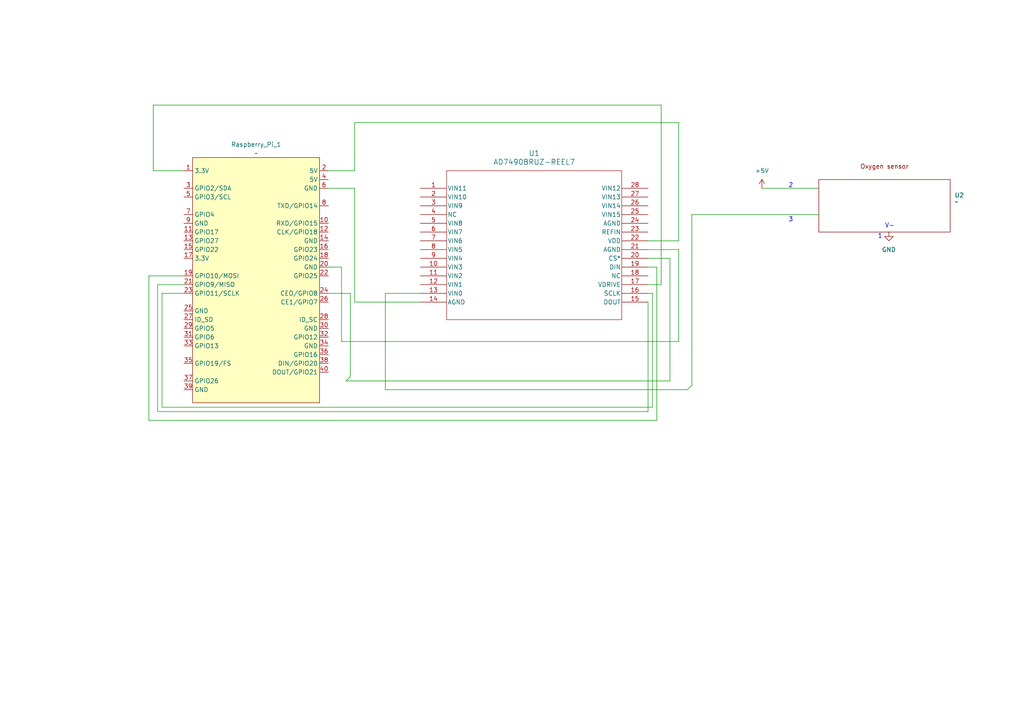
<source format=kicad_sch>
(kicad_sch
	(version 20231120)
	(generator "eeschema")
	(generator_version "8.0")
	(uuid "25d6aa01-16b8-4b8d-8b42-9dab34308457")
	(paper "A4")
	(lib_symbols
		(symbol "New_Library_1:AD7490BRUZ-REEL7"
			(pin_names
				(offset 0.254)
			)
			(exclude_from_sim no)
			(in_bom yes)
			(on_board yes)
			(property "Reference" "U"
				(at 33.02 10.16 0)
				(effects
					(font
						(size 1.524 1.524)
					)
				)
			)
			(property "Value" "AD7490BRUZ-REEL7"
				(at 33.02 7.62 0)
				(effects
					(font
						(size 1.524 1.524)
					)
				)
			)
			(property "Footprint" "RU_28_ADI"
				(at 0 0 0)
				(effects
					(font
						(size 1.27 1.27)
						(italic yes)
					)
					(hide yes)
				)
			)
			(property "Datasheet" "AD7490BRUZ-REEL7"
				(at 0 0 0)
				(effects
					(font
						(size 1.27 1.27)
						(italic yes)
					)
					(hide yes)
				)
			)
			(property "Description" ""
				(at 0 0 0)
				(effects
					(font
						(size 1.27 1.27)
					)
					(hide yes)
				)
			)
			(property "ki_locked" ""
				(at 0 0 0)
				(effects
					(font
						(size 1.27 1.27)
					)
				)
			)
			(property "ki_keywords" "AD7490BRUZ-REEL7"
				(at 0 0 0)
				(effects
					(font
						(size 1.27 1.27)
					)
					(hide yes)
				)
			)
			(property "ki_fp_filters" "RU_28_ADI RU_28_ADI-M RU_28_ADI-L"
				(at 0 0 0)
				(effects
					(font
						(size 1.27 1.27)
					)
					(hide yes)
				)
			)
			(symbol "AD7490BRUZ-REEL7_0_1"
				(polyline
					(pts
						(xy 7.62 -38.1) (xy 58.42 -38.1)
					)
					(stroke
						(width 0.127)
						(type default)
					)
					(fill
						(type none)
					)
				)
				(polyline
					(pts
						(xy 7.62 5.08) (xy 7.62 -38.1)
					)
					(stroke
						(width 0.127)
						(type default)
					)
					(fill
						(type none)
					)
				)
				(polyline
					(pts
						(xy 58.42 -38.1) (xy 58.42 5.08)
					)
					(stroke
						(width 0.127)
						(type default)
					)
					(fill
						(type none)
					)
				)
				(polyline
					(pts
						(xy 58.42 5.08) (xy 7.62 5.08)
					)
					(stroke
						(width 0.127)
						(type default)
					)
					(fill
						(type none)
					)
				)
				(pin unspecified line
					(at 0 0 0)
					(length 7.62)
					(name "VIN11"
						(effects
							(font
								(size 1.27 1.27)
							)
						)
					)
					(number "1"
						(effects
							(font
								(size 1.27 1.27)
							)
						)
					)
				)
				(pin unspecified line
					(at 0 -22.86 0)
					(length 7.62)
					(name "VIN3"
						(effects
							(font
								(size 1.27 1.27)
							)
						)
					)
					(number "10"
						(effects
							(font
								(size 1.27 1.27)
							)
						)
					)
				)
				(pin unspecified line
					(at 0 -25.4 0)
					(length 7.62)
					(name "VIN2"
						(effects
							(font
								(size 1.27 1.27)
							)
						)
					)
					(number "11"
						(effects
							(font
								(size 1.27 1.27)
							)
						)
					)
				)
				(pin unspecified line
					(at 0 -27.94 0)
					(length 7.62)
					(name "VIN1"
						(effects
							(font
								(size 1.27 1.27)
							)
						)
					)
					(number "12"
						(effects
							(font
								(size 1.27 1.27)
							)
						)
					)
				)
				(pin unspecified line
					(at 0 -30.48 0)
					(length 7.62)
					(name "VIN0"
						(effects
							(font
								(size 1.27 1.27)
							)
						)
					)
					(number "13"
						(effects
							(font
								(size 1.27 1.27)
							)
						)
					)
				)
				(pin unspecified line
					(at 0 -33.02 0)
					(length 7.62)
					(name "AGND"
						(effects
							(font
								(size 1.27 1.27)
							)
						)
					)
					(number "14"
						(effects
							(font
								(size 1.27 1.27)
							)
						)
					)
				)
				(pin unspecified line
					(at 66.04 -33.02 180)
					(length 7.62)
					(name "DOUT"
						(effects
							(font
								(size 1.27 1.27)
							)
						)
					)
					(number "15"
						(effects
							(font
								(size 1.27 1.27)
							)
						)
					)
				)
				(pin unspecified line
					(at 66.04 -30.48 180)
					(length 7.62)
					(name "SCLK"
						(effects
							(font
								(size 1.27 1.27)
							)
						)
					)
					(number "16"
						(effects
							(font
								(size 1.27 1.27)
							)
						)
					)
				)
				(pin unspecified line
					(at 66.04 -27.94 180)
					(length 7.62)
					(name "VDRIVE"
						(effects
							(font
								(size 1.27 1.27)
							)
						)
					)
					(number "17"
						(effects
							(font
								(size 1.27 1.27)
							)
						)
					)
				)
				(pin unspecified line
					(at 66.04 -25.4 180)
					(length 7.62)
					(name "NC"
						(effects
							(font
								(size 1.27 1.27)
							)
						)
					)
					(number "18"
						(effects
							(font
								(size 1.27 1.27)
							)
						)
					)
				)
				(pin unspecified line
					(at 66.04 -22.86 180)
					(length 7.62)
					(name "DIN"
						(effects
							(font
								(size 1.27 1.27)
							)
						)
					)
					(number "19"
						(effects
							(font
								(size 1.27 1.27)
							)
						)
					)
				)
				(pin unspecified line
					(at 0 -2.54 0)
					(length 7.62)
					(name "VIN10"
						(effects
							(font
								(size 1.27 1.27)
							)
						)
					)
					(number "2"
						(effects
							(font
								(size 1.27 1.27)
							)
						)
					)
				)
				(pin unspecified line
					(at 66.04 -20.32 180)
					(length 7.62)
					(name "CS*"
						(effects
							(font
								(size 1.27 1.27)
							)
						)
					)
					(number "20"
						(effects
							(font
								(size 1.27 1.27)
							)
						)
					)
				)
				(pin unspecified line
					(at 66.04 -17.78 180)
					(length 7.62)
					(name "AGND"
						(effects
							(font
								(size 1.27 1.27)
							)
						)
					)
					(number "21"
						(effects
							(font
								(size 1.27 1.27)
							)
						)
					)
				)
				(pin power_in line
					(at 66.04 -15.24 180)
					(length 7.62)
					(name "VDD"
						(effects
							(font
								(size 1.27 1.27)
							)
						)
					)
					(number "22"
						(effects
							(font
								(size 1.27 1.27)
							)
						)
					)
				)
				(pin unspecified line
					(at 66.04 -12.7 180)
					(length 7.62)
					(name "REFIN"
						(effects
							(font
								(size 1.27 1.27)
							)
						)
					)
					(number "23"
						(effects
							(font
								(size 1.27 1.27)
							)
						)
					)
				)
				(pin unspecified line
					(at 66.04 -10.16 180)
					(length 7.62)
					(name "AGND"
						(effects
							(font
								(size 1.27 1.27)
							)
						)
					)
					(number "24"
						(effects
							(font
								(size 1.27 1.27)
							)
						)
					)
				)
				(pin unspecified line
					(at 66.04 -7.62 180)
					(length 7.62)
					(name "VIN15"
						(effects
							(font
								(size 1.27 1.27)
							)
						)
					)
					(number "25"
						(effects
							(font
								(size 1.27 1.27)
							)
						)
					)
				)
				(pin unspecified line
					(at 66.04 -5.08 180)
					(length 7.62)
					(name "VIN14"
						(effects
							(font
								(size 1.27 1.27)
							)
						)
					)
					(number "26"
						(effects
							(font
								(size 1.27 1.27)
							)
						)
					)
				)
				(pin unspecified line
					(at 66.04 -2.54 180)
					(length 7.62)
					(name "VIN13"
						(effects
							(font
								(size 1.27 1.27)
							)
						)
					)
					(number "27"
						(effects
							(font
								(size 1.27 1.27)
							)
						)
					)
				)
				(pin unspecified line
					(at 66.04 0 180)
					(length 7.62)
					(name "VIN12"
						(effects
							(font
								(size 1.27 1.27)
							)
						)
					)
					(number "28"
						(effects
							(font
								(size 1.27 1.27)
							)
						)
					)
				)
				(pin unspecified line
					(at 0 -5.08 0)
					(length 7.62)
					(name "VIN9"
						(effects
							(font
								(size 1.27 1.27)
							)
						)
					)
					(number "3"
						(effects
							(font
								(size 1.27 1.27)
							)
						)
					)
				)
				(pin unspecified line
					(at 0 -7.62 0)
					(length 7.62)
					(name "NC"
						(effects
							(font
								(size 1.27 1.27)
							)
						)
					)
					(number "4"
						(effects
							(font
								(size 1.27 1.27)
							)
						)
					)
				)
				(pin unspecified line
					(at 0 -10.16 0)
					(length 7.62)
					(name "VIN8"
						(effects
							(font
								(size 1.27 1.27)
							)
						)
					)
					(number "5"
						(effects
							(font
								(size 1.27 1.27)
							)
						)
					)
				)
				(pin unspecified line
					(at 0 -12.7 0)
					(length 7.62)
					(name "VIN7"
						(effects
							(font
								(size 1.27 1.27)
							)
						)
					)
					(number "6"
						(effects
							(font
								(size 1.27 1.27)
							)
						)
					)
				)
				(pin unspecified line
					(at 0 -15.24 0)
					(length 7.62)
					(name "VIN6"
						(effects
							(font
								(size 1.27 1.27)
							)
						)
					)
					(number "7"
						(effects
							(font
								(size 1.27 1.27)
							)
						)
					)
				)
				(pin unspecified line
					(at 0 -17.78 0)
					(length 7.62)
					(name "VIN5"
						(effects
							(font
								(size 1.27 1.27)
							)
						)
					)
					(number "8"
						(effects
							(font
								(size 1.27 1.27)
							)
						)
					)
				)
				(pin unspecified line
					(at 0 -20.32 0)
					(length 7.62)
					(name "VIN4"
						(effects
							(font
								(size 1.27 1.27)
							)
						)
					)
					(number "9"
						(effects
							(font
								(size 1.27 1.27)
							)
						)
					)
				)
			)
		)
		(symbol "New_Library_1:Raspberry_Pi_5"
			(exclude_from_sim no)
			(in_bom yes)
			(on_board yes)
			(property "Reference" "Raspberry_Pi_5"
				(at -12.192 27.686 0)
				(effects
					(font
						(size 1.27 1.27)
					)
				)
			)
			(property "Value" ""
				(at 0 -3.81 0)
				(effects
					(font
						(size 1.27 1.27)
					)
				)
			)
			(property "Footprint" ""
				(at 0 -3.81 0)
				(effects
					(font
						(size 1.27 1.27)
					)
					(hide yes)
				)
			)
			(property "Datasheet" ""
				(at 0 -3.81 0)
				(effects
					(font
						(size 1.27 1.27)
					)
					(hide yes)
				)
			)
			(property "Description" ""
				(at 0 -3.81 0)
				(effects
					(font
						(size 1.27 1.27)
					)
					(hide yes)
				)
			)
			(symbol "Raspberry_Pi_5_0_1"
				(rectangle
					(start -6.35 16.51)
					(end 30.48 -54.61)
					(stroke
						(width 0)
						(type default)
					)
					(fill
						(type background)
					)
				)
			)
			(symbol "Raspberry_Pi_5_1_0"
				(pin output line
					(at 33.02 -2.54 180)
					(length 2.54)
					(name "RXD/GPIO15"
						(effects
							(font
								(size 1.27 1.27)
							)
						)
					)
					(number "10"
						(effects
							(font
								(size 1.27 1.27)
							)
						)
					)
				)
				(pin output line
					(at -8.89 -5.08 0)
					(length 2.54)
					(name "GPIO17"
						(effects
							(font
								(size 1.27 1.27)
							)
						)
					)
					(number "11"
						(effects
							(font
								(size 1.27 1.27)
							)
						)
					)
				)
				(pin output line
					(at 33.02 -5.08 180)
					(length 2.54)
					(name "CLK/GPIO18"
						(effects
							(font
								(size 1.27 1.27)
							)
						)
					)
					(number "12"
						(effects
							(font
								(size 1.27 1.27)
							)
						)
					)
				)
				(pin output line
					(at -8.89 -7.62 0)
					(length 2.54)
					(name "GPIO27"
						(effects
							(font
								(size 1.27 1.27)
							)
						)
					)
					(number "13"
						(effects
							(font
								(size 1.27 1.27)
							)
						)
					)
				)
				(pin output line
					(at 33.02 -7.62 180)
					(length 2.54)
					(name "GND"
						(effects
							(font
								(size 1.27 1.27)
							)
						)
					)
					(number "14"
						(effects
							(font
								(size 1.27 1.27)
							)
						)
					)
				)
				(pin output line
					(at -8.89 -10.16 0)
					(length 2.54)
					(name "GPIO22"
						(effects
							(font
								(size 1.27 1.27)
							)
						)
					)
					(number "15"
						(effects
							(font
								(size 1.27 1.27)
							)
						)
					)
				)
				(pin output line
					(at 33.02 -10.16 180)
					(length 2.54)
					(name "GPIO23"
						(effects
							(font
								(size 1.27 1.27)
							)
						)
					)
					(number "16"
						(effects
							(font
								(size 1.27 1.27)
							)
						)
					)
				)
				(pin output line
					(at -8.89 -12.7 0)
					(length 2.54)
					(name "3.3V"
						(effects
							(font
								(size 1.27 1.27)
							)
						)
					)
					(number "17"
						(effects
							(font
								(size 1.27 1.27)
							)
						)
					)
				)
				(pin output line
					(at 33.02 -12.7 180)
					(length 2.54)
					(name "GPIO24"
						(effects
							(font
								(size 1.27 1.27)
							)
						)
					)
					(number "18"
						(effects
							(font
								(size 1.27 1.27)
							)
						)
					)
				)
				(pin output line
					(at -8.89 -17.78 0)
					(length 2.54)
					(name "GPIO10/MOSI"
						(effects
							(font
								(size 1.27 1.27)
							)
						)
					)
					(number "19"
						(effects
							(font
								(size 1.27 1.27)
							)
						)
					)
				)
				(pin output line
					(at 33.02 12.7 180)
					(length 2.54)
					(name "5V"
						(effects
							(font
								(size 1.27 1.27)
							)
						)
					)
					(number "2"
						(effects
							(font
								(size 1.27 1.27)
							)
						)
					)
				)
				(pin output line
					(at 33.02 -15.24 180)
					(length 2.54)
					(name "GND"
						(effects
							(font
								(size 1.27 1.27)
							)
						)
					)
					(number "20"
						(effects
							(font
								(size 1.27 1.27)
							)
						)
					)
				)
				(pin output line
					(at -8.89 -20.32 0)
					(length 2.54)
					(name "GPIO9/MISO"
						(effects
							(font
								(size 1.27 1.27)
							)
						)
					)
					(number "21"
						(effects
							(font
								(size 1.27 1.27)
							)
						)
					)
				)
				(pin output line
					(at 33.02 -17.78 180)
					(length 2.54)
					(name "GPIO25"
						(effects
							(font
								(size 1.27 1.27)
							)
						)
					)
					(number "22"
						(effects
							(font
								(size 1.27 1.27)
							)
						)
					)
				)
				(pin output line
					(at -8.89 -22.86 0)
					(length 2.54)
					(name "GPIO11/SCLK"
						(effects
							(font
								(size 1.27 1.27)
							)
						)
					)
					(number "23"
						(effects
							(font
								(size 1.27 1.27)
							)
						)
					)
				)
				(pin output line
					(at 33.02 -22.86 180)
					(length 2.54)
					(name "CEO/GPIO8"
						(effects
							(font
								(size 1.27 1.27)
							)
						)
					)
					(number "24"
						(effects
							(font
								(size 1.27 1.27)
							)
						)
					)
				)
				(pin output line
					(at -8.89 -27.94 0)
					(length 2.54)
					(name "GND"
						(effects
							(font
								(size 1.27 1.27)
							)
						)
					)
					(number "25"
						(effects
							(font
								(size 1.27 1.27)
							)
						)
					)
				)
				(pin output line
					(at 33.02 -25.4 180)
					(length 2.54)
					(name "CE1/GPIO7"
						(effects
							(font
								(size 1.27 1.27)
							)
						)
					)
					(number "26"
						(effects
							(font
								(size 1.27 1.27)
							)
						)
					)
				)
				(pin output line
					(at -8.89 -30.48 0)
					(length 2.54)
					(name "ID_SD"
						(effects
							(font
								(size 1.27 1.27)
							)
						)
					)
					(number "27"
						(effects
							(font
								(size 1.27 1.27)
							)
						)
					)
				)
				(pin output line
					(at 33.02 -30.48 180)
					(length 2.54)
					(name "ID_SC"
						(effects
							(font
								(size 1.27 1.27)
							)
						)
					)
					(number "28"
						(effects
							(font
								(size 1.27 1.27)
							)
						)
					)
				)
				(pin output line
					(at -8.89 -33.02 0)
					(length 2.54)
					(name "GPIO5"
						(effects
							(font
								(size 1.27 1.27)
							)
						)
					)
					(number "29"
						(effects
							(font
								(size 1.27 1.27)
							)
						)
					)
				)
				(pin output line
					(at -8.89 7.62 0)
					(length 2.54)
					(name "GPIO2/SDA"
						(effects
							(font
								(size 1.27 1.27)
							)
						)
					)
					(number "3"
						(effects
							(font
								(size 1.27 1.27)
							)
						)
					)
				)
				(pin output line
					(at 33.02 -33.02 180)
					(length 2.54)
					(name "GND"
						(effects
							(font
								(size 1.27 1.27)
							)
						)
					)
					(number "30"
						(effects
							(font
								(size 1.27 1.27)
							)
						)
					)
				)
				(pin output line
					(at -8.89 -35.56 0)
					(length 2.54)
					(name "GPIO6"
						(effects
							(font
								(size 1.27 1.27)
							)
						)
					)
					(number "31"
						(effects
							(font
								(size 1.27 1.27)
							)
						)
					)
				)
				(pin output line
					(at 33.02 -35.56 180)
					(length 2.54)
					(name "GPIO12"
						(effects
							(font
								(size 1.27 1.27)
							)
						)
					)
					(number "32"
						(effects
							(font
								(size 1.27 1.27)
							)
						)
					)
				)
				(pin output line
					(at -8.89 -38.1 0)
					(length 2.54)
					(name "GPIO13"
						(effects
							(font
								(size 1.27 1.27)
							)
						)
					)
					(number "33"
						(effects
							(font
								(size 1.27 1.27)
							)
						)
					)
				)
				(pin output line
					(at 33.02 -38.1 180)
					(length 2.54)
					(name "GND"
						(effects
							(font
								(size 1.27 1.27)
							)
						)
					)
					(number "34"
						(effects
							(font
								(size 1.27 1.27)
							)
						)
					)
				)
				(pin output line
					(at -8.89 -43.18 0)
					(length 2.54)
					(name "GPIO19/FS"
						(effects
							(font
								(size 1.27 1.27)
							)
						)
					)
					(number "35"
						(effects
							(font
								(size 1.27 1.27)
							)
						)
					)
				)
				(pin output line
					(at 33.02 -40.64 180)
					(length 2.54)
					(name "GPIO16"
						(effects
							(font
								(size 1.27 1.27)
							)
						)
					)
					(number "36"
						(effects
							(font
								(size 1.27 1.27)
							)
						)
					)
				)
				(pin output line
					(at -8.89 -48.26 0)
					(length 2.54)
					(name "GPIO26"
						(effects
							(font
								(size 1.27 1.27)
							)
						)
					)
					(number "37"
						(effects
							(font
								(size 1.27 1.27)
							)
						)
					)
				)
				(pin output line
					(at 33.02 -43.18 180)
					(length 2.54)
					(name "DIN/GPIO20"
						(effects
							(font
								(size 1.27 1.27)
							)
						)
					)
					(number "38"
						(effects
							(font
								(size 1.27 1.27)
							)
						)
					)
				)
				(pin output line
					(at -8.89 -50.8 0)
					(length 2.54)
					(name "GND"
						(effects
							(font
								(size 1.27 1.27)
							)
						)
					)
					(number "39"
						(effects
							(font
								(size 1.27 1.27)
							)
						)
					)
				)
				(pin output line
					(at 33.02 10.16 180)
					(length 2.54)
					(name "5V"
						(effects
							(font
								(size 1.27 1.27)
							)
						)
					)
					(number "4"
						(effects
							(font
								(size 1.27 1.27)
							)
						)
					)
				)
				(pin output line
					(at 33.02 -45.72 180)
					(length 2.54)
					(name "DOUT/GPIO21"
						(effects
							(font
								(size 1.27 1.27)
							)
						)
					)
					(number "40"
						(effects
							(font
								(size 1.27 1.27)
							)
						)
					)
				)
				(pin output line
					(at -8.89 5.08 0)
					(length 2.54)
					(name "GPIO3/SCL"
						(effects
							(font
								(size 1.27 1.27)
							)
						)
					)
					(number "5"
						(effects
							(font
								(size 1.27 1.27)
							)
						)
					)
				)
				(pin output line
					(at 33.02 7.62 180)
					(length 2.54)
					(name "GND"
						(effects
							(font
								(size 1.27 1.27)
							)
						)
					)
					(number "6"
						(effects
							(font
								(size 1.27 1.27)
							)
						)
					)
				)
				(pin output line
					(at -8.89 0 0)
					(length 2.54)
					(name "GPIO4"
						(effects
							(font
								(size 1.27 1.27)
							)
						)
					)
					(number "7"
						(effects
							(font
								(size 1.27 1.27)
							)
						)
					)
				)
				(pin output line
					(at 33.02 2.54 180)
					(length 2.54)
					(name "TXD/GPIO14"
						(effects
							(font
								(size 1.27 1.27)
							)
						)
					)
					(number "8"
						(effects
							(font
								(size 1.27 1.27)
							)
						)
					)
				)
				(pin output line
					(at -8.89 -2.54 0)
					(length 2.54)
					(name "GND"
						(effects
							(font
								(size 1.27 1.27)
							)
						)
					)
					(number "9"
						(effects
							(font
								(size 1.27 1.27)
							)
						)
					)
				)
			)
			(symbol "Raspberry_Pi_5_1_1"
				(pin output line
					(at -8.89 12.7 0)
					(length 2.54)
					(name "3.3V"
						(effects
							(font
								(size 1.27 1.27)
							)
						)
					)
					(number "1"
						(effects
							(font
								(size 1.27 1.27)
							)
						)
					)
				)
			)
		)
		(symbol "oxygen_sensor_1"
			(exclude_from_sim no)
			(in_bom yes)
			(on_board yes)
			(property "Reference" "U"
				(at 0 2.032 0)
				(effects
					(font
						(size 1.27 1.27)
					)
				)
			)
			(property "Value" ""
				(at 1.27 0 0)
				(effects
					(font
						(size 1.27 1.27)
					)
				)
			)
			(property "Footprint" ""
				(at 1.27 0 0)
				(effects
					(font
						(size 1.27 1.27)
					)
					(hide yes)
				)
			)
			(property "Datasheet" ""
				(at 1.27 0 0)
				(effects
					(font
						(size 1.27 1.27)
					)
					(hide yes)
				)
			)
			(property "Description" ""
				(at 1.27 0 0)
				(effects
					(font
						(size 1.27 1.27)
					)
					(hide yes)
				)
			)
			(symbol "oxygen_sensor_1_0_1"
				(rectangle
					(start -19.05 -3.81)
					(end 19.05 -19.05)
					(stroke
						(width 0)
						(type default)
					)
					(fill
						(type none)
					)
				)
			)
			(symbol "oxygen_sensor_1_1_1"
				(text "Oxygen sensor"
					(at 0 0 0)
					(effects
						(font
							(size 1.27 1.27)
						)
					)
				)
			)
		)
		(symbol "power:+5V"
			(power)
			(pin_numbers hide)
			(pin_names
				(offset 0) hide)
			(exclude_from_sim no)
			(in_bom yes)
			(on_board yes)
			(property "Reference" "#PWR"
				(at 0 -3.81 0)
				(effects
					(font
						(size 1.27 1.27)
					)
					(hide yes)
				)
			)
			(property "Value" "+5V"
				(at 0 3.556 0)
				(effects
					(font
						(size 1.27 1.27)
					)
				)
			)
			(property "Footprint" ""
				(at 0 0 0)
				(effects
					(font
						(size 1.27 1.27)
					)
					(hide yes)
				)
			)
			(property "Datasheet" ""
				(at 0 0 0)
				(effects
					(font
						(size 1.27 1.27)
					)
					(hide yes)
				)
			)
			(property "Description" "Power symbol creates a global label with name \"+5V\""
				(at 0 0 0)
				(effects
					(font
						(size 1.27 1.27)
					)
					(hide yes)
				)
			)
			(property "ki_keywords" "global power"
				(at 0 0 0)
				(effects
					(font
						(size 1.27 1.27)
					)
					(hide yes)
				)
			)
			(symbol "+5V_0_1"
				(polyline
					(pts
						(xy -0.762 1.27) (xy 0 2.54)
					)
					(stroke
						(width 0)
						(type default)
					)
					(fill
						(type none)
					)
				)
				(polyline
					(pts
						(xy 0 0) (xy 0 2.54)
					)
					(stroke
						(width 0)
						(type default)
					)
					(fill
						(type none)
					)
				)
				(polyline
					(pts
						(xy 0 2.54) (xy 0.762 1.27)
					)
					(stroke
						(width 0)
						(type default)
					)
					(fill
						(type none)
					)
				)
			)
			(symbol "+5V_1_1"
				(pin power_in line
					(at 0 0 90)
					(length 0)
					(name "~"
						(effects
							(font
								(size 1.27 1.27)
							)
						)
					)
					(number "1"
						(effects
							(font
								(size 1.27 1.27)
							)
						)
					)
				)
			)
		)
		(symbol "power:GND"
			(power)
			(pin_numbers hide)
			(pin_names
				(offset 0) hide)
			(exclude_from_sim no)
			(in_bom yes)
			(on_board yes)
			(property "Reference" "#PWR"
				(at 0 -6.35 0)
				(effects
					(font
						(size 1.27 1.27)
					)
					(hide yes)
				)
			)
			(property "Value" "GND"
				(at 0 -3.81 0)
				(effects
					(font
						(size 1.27 1.27)
					)
				)
			)
			(property "Footprint" ""
				(at 0 0 0)
				(effects
					(font
						(size 1.27 1.27)
					)
					(hide yes)
				)
			)
			(property "Datasheet" ""
				(at 0 0 0)
				(effects
					(font
						(size 1.27 1.27)
					)
					(hide yes)
				)
			)
			(property "Description" "Power symbol creates a global label with name \"GND\" , ground"
				(at 0 0 0)
				(effects
					(font
						(size 1.27 1.27)
					)
					(hide yes)
				)
			)
			(property "ki_keywords" "global power"
				(at 0 0 0)
				(effects
					(font
						(size 1.27 1.27)
					)
					(hide yes)
				)
			)
			(symbol "GND_0_1"
				(polyline
					(pts
						(xy 0 0) (xy 0 -1.27) (xy 1.27 -1.27) (xy 0 -2.54) (xy -1.27 -1.27) (xy 0 -1.27)
					)
					(stroke
						(width 0)
						(type default)
					)
					(fill
						(type none)
					)
				)
			)
			(symbol "GND_1_1"
				(pin power_in line
					(at 0 0 270)
					(length 0)
					(name "~"
						(effects
							(font
								(size 1.27 1.27)
							)
						)
					)
					(number "1"
						(effects
							(font
								(size 1.27 1.27)
							)
						)
					)
				)
			)
		)
	)
	(wire
		(pts
			(xy 189.23 85.09) (xy 189.23 118.11)
		)
		(stroke
			(width 0)
			(type default)
		)
		(uuid "02dabea6-3da2-4a8a-80c2-a040b22ea086")
	)
	(wire
		(pts
			(xy 102.87 87.63) (xy 121.92 87.63)
		)
		(stroke
			(width 0)
			(type default)
		)
		(uuid "04c4775b-d845-4f8a-bd49-ccfe03b81624")
	)
	(wire
		(pts
			(xy 187.96 74.93) (xy 194.31 74.93)
		)
		(stroke
			(width 0)
			(type default)
		)
		(uuid "129bcd33-db5e-40c2-8746-5dc6910a78c1")
	)
	(wire
		(pts
			(xy 220.98 54.61) (xy 237.49 54.61)
		)
		(stroke
			(width 0)
			(type default)
		)
		(uuid "1690252f-6ceb-4ba5-8522-bde7d3e34928")
	)
	(wire
		(pts
			(xy 196.85 72.39) (xy 196.85 99.06)
		)
		(stroke
			(width 0)
			(type default)
		)
		(uuid "17100bd0-41ae-41ac-8612-258670e6ba11")
	)
	(wire
		(pts
			(xy 196.85 35.56) (xy 196.85 69.85)
		)
		(stroke
			(width 0)
			(type default)
		)
		(uuid "1ade182f-3196-4779-8410-d4272674be90")
	)
	(wire
		(pts
			(xy 187.96 72.39) (xy 196.85 72.39)
		)
		(stroke
			(width 0)
			(type default)
		)
		(uuid "1df9b77f-03f3-44b3-9d64-1495c3938ee2")
	)
	(wire
		(pts
			(xy 95.25 54.61) (xy 102.87 54.61)
		)
		(stroke
			(width 0)
			(type default)
		)
		(uuid "237f1fe2-b2c3-4f7d-8271-41fac371dffb")
	)
	(wire
		(pts
			(xy 45.72 119.38) (xy 187.96 119.38)
		)
		(stroke
			(width 0)
			(type default)
		)
		(uuid "2863e638-d20e-4277-a823-e26293d99b6f")
	)
	(wire
		(pts
			(xy 102.87 35.56) (xy 196.85 35.56)
		)
		(stroke
			(width 0)
			(type default)
		)
		(uuid "2c8b5c9c-8932-4a4c-b430-abe4978533b5")
	)
	(wire
		(pts
			(xy 44.45 49.53) (xy 53.34 49.53)
		)
		(stroke
			(width 0)
			(type default)
		)
		(uuid "2d3e2fe9-3087-4595-bbe4-78aefbc928ee")
	)
	(wire
		(pts
			(xy 102.87 35.56) (xy 102.87 49.53)
		)
		(stroke
			(width 0)
			(type default)
		)
		(uuid "387b6d7f-0a39-461b-a5a8-4d0b3e384626")
	)
	(wire
		(pts
			(xy 95.25 85.09) (xy 101.6 85.09)
		)
		(stroke
			(width 0)
			(type default)
		)
		(uuid "3b0b3604-947b-404e-8b04-a1d97ae5d6f2")
	)
	(wire
		(pts
			(xy 190.5 77.47) (xy 190.5 121.92)
		)
		(stroke
			(width 0)
			(type default)
		)
		(uuid "3c19e8dd-12e5-44d5-a479-6e9800e14323")
	)
	(wire
		(pts
			(xy 43.18 121.92) (xy 190.5 121.92)
		)
		(stroke
			(width 0)
			(type default)
		)
		(uuid "3d9cae62-ceaf-4630-a17e-384581b39fc4")
	)
	(wire
		(pts
			(xy 187.96 82.55) (xy 191.77 82.55)
		)
		(stroke
			(width 0)
			(type default)
		)
		(uuid "4c2a7144-86c8-4a1b-9945-4a0ed261ab6b")
	)
	(wire
		(pts
			(xy 46.99 85.09) (xy 46.99 118.11)
		)
		(stroke
			(width 0)
			(type default)
		)
		(uuid "4ed236ae-56bc-4c50-9552-7da5993332b6")
	)
	(wire
		(pts
			(xy 102.87 54.61) (xy 102.87 87.63)
		)
		(stroke
			(width 0)
			(type default)
		)
		(uuid "4f89b16c-c298-40eb-8aef-eb00c07360ad")
	)
	(wire
		(pts
			(xy 200.66 62.23) (xy 200.66 111.76)
		)
		(stroke
			(width 0)
			(type default)
		)
		(uuid "5235017c-f0fb-48a0-adf8-7d405f315a66")
	)
	(wire
		(pts
			(xy 101.6 109.22) (xy 100.33 110.49)
		)
		(stroke
			(width 0)
			(type default)
		)
		(uuid "6216d21f-8e2e-4d35-86a9-e22c215bb3cd")
	)
	(wire
		(pts
			(xy 111.76 85.09) (xy 121.92 85.09)
		)
		(stroke
			(width 0)
			(type default)
		)
		(uuid "6e52541f-62da-43e2-abb4-1f4123c07f25")
	)
	(wire
		(pts
			(xy 187.96 85.09) (xy 189.23 85.09)
		)
		(stroke
			(width 0)
			(type default)
		)
		(uuid "6e88f85c-dc85-45c9-b309-3a8c8f478bfa")
	)
	(wire
		(pts
			(xy 187.96 77.47) (xy 190.5 77.47)
		)
		(stroke
			(width 0)
			(type default)
		)
		(uuid "730cf3dc-e391-4a3d-ae54-73695c704ffc")
	)
	(wire
		(pts
			(xy 45.72 82.55) (xy 45.72 119.38)
		)
		(stroke
			(width 0)
			(type default)
		)
		(uuid "7bade4af-597d-463d-b24a-9cced5fe3186")
	)
	(wire
		(pts
			(xy 95.25 77.47) (xy 99.06 77.47)
		)
		(stroke
			(width 0)
			(type default)
		)
		(uuid "8b52a681-7427-43cd-a896-1df809dafca4")
	)
	(wire
		(pts
			(xy 111.76 85.09) (xy 111.76 113.03)
		)
		(stroke
			(width 0)
			(type default)
		)
		(uuid "8fd26856-f09f-4fdd-be7e-a3e41ecac57b")
	)
	(wire
		(pts
			(xy 200.66 111.76) (xy 199.39 113.03)
		)
		(stroke
			(width 0)
			(type default)
		)
		(uuid "9c630927-a126-4c70-82f3-31619e9bc4e0")
	)
	(wire
		(pts
			(xy 43.18 80.01) (xy 43.18 121.92)
		)
		(stroke
			(width 0)
			(type default)
		)
		(uuid "9dd6cf5f-1cf2-442a-9913-e6fc5d5b07cc")
	)
	(wire
		(pts
			(xy 46.99 85.09) (xy 53.34 85.09)
		)
		(stroke
			(width 0)
			(type default)
		)
		(uuid "a6de0fe0-8a35-4e12-af17-20a88e869940")
	)
	(wire
		(pts
			(xy 99.06 99.06) (xy 196.85 99.06)
		)
		(stroke
			(width 0)
			(type default)
		)
		(uuid "b6910b5f-a9de-46bc-ab58-c24a62cb100e")
	)
	(wire
		(pts
			(xy 45.72 82.55) (xy 53.34 82.55)
		)
		(stroke
			(width 0)
			(type default)
		)
		(uuid "b76ffd31-e2ad-4a41-b6e6-344494bc2f2e")
	)
	(wire
		(pts
			(xy 187.96 87.63) (xy 187.96 119.38)
		)
		(stroke
			(width 0)
			(type default)
		)
		(uuid "c4561750-cfde-4bd7-9c14-2b39f513c30c")
	)
	(wire
		(pts
			(xy 99.06 77.47) (xy 99.06 99.06)
		)
		(stroke
			(width 0)
			(type default)
		)
		(uuid "cfeac8e8-fae7-41ea-ade7-3bc5ab44fe1d")
	)
	(wire
		(pts
			(xy 46.99 118.11) (xy 189.23 118.11)
		)
		(stroke
			(width 0)
			(type default)
		)
		(uuid "d3d3e1a0-53a7-4110-bf48-35b175d57222")
	)
	(wire
		(pts
			(xy 111.76 113.03) (xy 199.39 113.03)
		)
		(stroke
			(width 0)
			(type default)
		)
		(uuid "d400a819-4e86-4c31-9ce2-983da24b7970")
	)
	(wire
		(pts
			(xy 200.66 62.23) (xy 237.49 62.23)
		)
		(stroke
			(width 0)
			(type default)
		)
		(uuid "d756722d-7794-43d3-883c-7a2afff33cf1")
	)
	(wire
		(pts
			(xy 100.33 110.49) (xy 194.31 110.49)
		)
		(stroke
			(width 0)
			(type default)
		)
		(uuid "dbacaf2d-487e-4927-896b-8c8fd30a17df")
	)
	(wire
		(pts
			(xy 43.18 80.01) (xy 53.34 80.01)
		)
		(stroke
			(width 0)
			(type default)
		)
		(uuid "dd13b77b-79ec-4a8a-af50-af65a8b75cc1")
	)
	(wire
		(pts
			(xy 191.77 30.48) (xy 191.77 82.55)
		)
		(stroke
			(width 0)
			(type default)
		)
		(uuid "dde846c2-9106-444e-a952-041b81293b69")
	)
	(wire
		(pts
			(xy 44.45 30.48) (xy 191.77 30.48)
		)
		(stroke
			(width 0)
			(type default)
		)
		(uuid "de897ed0-2def-4e7a-ba90-4e674fd2270f")
	)
	(wire
		(pts
			(xy 95.25 49.53) (xy 102.87 49.53)
		)
		(stroke
			(width 0)
			(type default)
		)
		(uuid "e4e26d6d-0c81-43e7-9ee3-b2b8349d7745")
	)
	(wire
		(pts
			(xy 44.45 49.53) (xy 44.45 30.48)
		)
		(stroke
			(width 0)
			(type default)
		)
		(uuid "e539848d-5337-4a2d-8c94-15234eaa9305")
	)
	(wire
		(pts
			(xy 101.6 85.09) (xy 101.6 109.22)
		)
		(stroke
			(width 0)
			(type default)
		)
		(uuid "eef7ae05-60c5-413c-863e-1064b9f95e43")
	)
	(wire
		(pts
			(xy 187.96 69.85) (xy 196.85 69.85)
		)
		(stroke
			(width 0)
			(type default)
		)
		(uuid "f8d30b38-9b85-4267-8449-6571cc2d478d")
	)
	(wire
		(pts
			(xy 194.31 74.93) (xy 194.31 110.49)
		)
		(stroke
			(width 0)
			(type default)
		)
		(uuid "f92bd036-3586-43aa-8935-653f97831d88")
	)
	(text "1\n"
		(exclude_from_sim no)
		(at 255.27 68.58 0)
		(effects
			(font
				(size 1.27 1.27)
			)
		)
		(uuid "075c7e13-2c90-44b1-8e3b-61b8c85157ce")
	)
	(text "3"
		(exclude_from_sim no)
		(at 229.362 63.754 0)
		(effects
			(font
				(size 1.27 1.27)
			)
		)
		(uuid "10e42ac7-0dc8-4deb-bcf6-e5c9b8bd5b3c")
	)
	(text "2\n"
		(exclude_from_sim no)
		(at 229.362 53.848 0)
		(effects
			(font
				(size 1.27 1.27)
			)
		)
		(uuid "3f7dc5d8-75b5-4ee6-b205-4dede2f2d6db")
	)
	(text "V-"
		(exclude_from_sim no)
		(at 258.064 65.532 0)
		(effects
			(font
				(size 1.27 1.27)
			)
		)
		(uuid "e07edb30-066b-42fd-bf4f-91a2ab55ac7c")
	)
	(symbol
		(lib_name "oxygen_sensor_1")
		(lib_id "New_Library_1:oxygen_sensor")
		(at 256.54 48.26 0)
		(unit 1)
		(exclude_from_sim no)
		(in_bom yes)
		(on_board yes)
		(dnp no)
		(fields_autoplaced yes)
		(uuid "1ef3dbc8-263d-4aae-8d0f-231edd5ebbac")
		(property "Reference" "U2"
			(at 276.86 56.6391 0)
			(effects
				(font
					(size 1.27 1.27)
				)
				(justify left)
			)
		)
		(property "Value" "~"
			(at 276.86 58.5442 0)
			(effects
				(font
					(size 1.27 1.27)
				)
				(justify left)
			)
		)
		(property "Footprint" ""
			(at 257.81 48.26 0)
			(effects
				(font
					(size 1.27 1.27)
				)
				(hide yes)
			)
		)
		(property "Datasheet" ""
			(at 257.81 48.26 0)
			(effects
				(font
					(size 1.27 1.27)
				)
				(hide yes)
			)
		)
		(property "Description" ""
			(at 257.81 48.26 0)
			(effects
				(font
					(size 1.27 1.27)
				)
				(hide yes)
			)
		)
		(instances
			(project ""
				(path "/25d6aa01-16b8-4b8d-8b42-9dab34308457"
					(reference "U2")
					(unit 1)
				)
			)
		)
	)
	(symbol
		(lib_id "New_Library_1:AD7490BRUZ-REEL7")
		(at 121.92 54.61 0)
		(unit 1)
		(exclude_from_sim no)
		(in_bom yes)
		(on_board yes)
		(dnp no)
		(fields_autoplaced yes)
		(uuid "633dbf04-7825-473b-a6c1-5e8664fa6a07")
		(property "Reference" "U1"
			(at 154.94 44.45 0)
			(effects
				(font
					(size 1.524 1.524)
				)
			)
		)
		(property "Value" "AD7490BRUZ-REEL7"
			(at 154.94 46.99 0)
			(effects
				(font
					(size 1.524 1.524)
				)
			)
		)
		(property "Footprint" "RU_28_ADI"
			(at 121.92 54.61 0)
			(effects
				(font
					(size 1.27 1.27)
					(italic yes)
				)
				(hide yes)
			)
		)
		(property "Datasheet" "AD7490BRUZ-REEL7"
			(at 121.92 54.61 0)
			(effects
				(font
					(size 1.27 1.27)
					(italic yes)
				)
				(hide yes)
			)
		)
		(property "Description" ""
			(at 121.92 54.61 0)
			(effects
				(font
					(size 1.27 1.27)
				)
				(hide yes)
			)
		)
		(pin "10"
			(uuid "4ef2132c-c12b-40c0-bd04-860617c28369")
		)
		(pin "1"
			(uuid "17a902c3-6543-446e-aaaf-2e11b854f25b")
		)
		(pin "11"
			(uuid "1f4acc09-a6e4-4294-a398-b5172cc33c26")
		)
		(pin "12"
			(uuid "7a350f00-ee25-4b84-9576-06d87533658e")
		)
		(pin "13"
			(uuid "4081027d-2f40-4adc-b459-284936110c0f")
		)
		(pin "14"
			(uuid "38c41135-1e52-4ee8-8e87-7886d3fe1ecc")
		)
		(pin "15"
			(uuid "bdd5933f-a785-468d-a5ae-6e7bc9d704db")
		)
		(pin "7"
			(uuid "1e2704d8-4fcd-4495-824d-d4e3a59ef6ef")
		)
		(pin "18"
			(uuid "898b3aee-0723-46f4-946b-14f3a7432f75")
		)
		(pin "2"
			(uuid "13421b40-58bb-4762-8cd7-e1eb1c62a814")
		)
		(pin "28"
			(uuid "7b4b34d3-5da4-4f19-9ef2-fcd80f1d480b")
		)
		(pin "21"
			(uuid "5b54dd0c-b827-416a-bfb3-215300fde496")
		)
		(pin "27"
			(uuid "4104bfab-7c76-46eb-aa2e-b9532eb3dcc2")
		)
		(pin "22"
			(uuid "26839e5f-65c7-4347-9f9e-d2d2d3587753")
		)
		(pin "8"
			(uuid "73112c5c-4176-4803-a1e4-093361126f12")
		)
		(pin "19"
			(uuid "f1a85791-e9d1-42b8-87a8-89dc1a8283c3")
		)
		(pin "5"
			(uuid "d35e07f1-4e8f-43c1-8f50-69f35c3b46eb")
		)
		(pin "24"
			(uuid "239a9391-910c-4c20-a2c9-239126f64e93")
		)
		(pin "16"
			(uuid "80fc5a30-acb9-49ca-82d7-e357a7298c57")
		)
		(pin "25"
			(uuid "978fd2f3-bfd0-4c08-a835-e3a018d43ad6")
		)
		(pin "17"
			(uuid "fc7d4de1-c6d0-4c66-9c33-11a7f6bb8180")
		)
		(pin "4"
			(uuid "8a2b7fb3-dfce-4078-949c-339cc3ee9b2d")
		)
		(pin "26"
			(uuid "d87b466d-d6c2-412a-b051-caf5533a9fc8")
		)
		(pin "6"
			(uuid "f7757a4d-5874-4f4f-99c8-d6bea1fb1d00")
		)
		(pin "23"
			(uuid "2e686d52-2490-4eb0-b811-5bf56c3997d2")
		)
		(pin "9"
			(uuid "73ce8e0a-183f-41d5-a53e-7ff164840d84")
		)
		(pin "20"
			(uuid "28383d28-9c8d-447a-a50f-cb42b2eae2c9")
		)
		(pin "3"
			(uuid "6187fe71-7ae9-41eb-936e-eee05f4d3694")
		)
		(instances
			(project ""
				(path "/25d6aa01-16b8-4b8d-8b42-9dab34308457"
					(reference "U1")
					(unit 1)
				)
			)
		)
	)
	(symbol
		(lib_id "power:+5V")
		(at 220.98 54.61 0)
		(unit 1)
		(exclude_from_sim no)
		(in_bom yes)
		(on_board yes)
		(dnp no)
		(fields_autoplaced yes)
		(uuid "bde67908-7979-4e3f-8f83-c394da5da0ce")
		(property "Reference" "#PWR02"
			(at 220.98 58.42 0)
			(effects
				(font
					(size 1.27 1.27)
				)
				(hide yes)
			)
		)
		(property "Value" "+5V"
			(at 220.98 49.53 0)
			(effects
				(font
					(size 1.27 1.27)
				)
			)
		)
		(property "Footprint" ""
			(at 220.98 54.61 0)
			(effects
				(font
					(size 1.27 1.27)
				)
				(hide yes)
			)
		)
		(property "Datasheet" ""
			(at 220.98 54.61 0)
			(effects
				(font
					(size 1.27 1.27)
				)
				(hide yes)
			)
		)
		(property "Description" "Power symbol creates a global label with name \"+5V\""
			(at 220.98 54.61 0)
			(effects
				(font
					(size 1.27 1.27)
				)
				(hide yes)
			)
		)
		(pin "1"
			(uuid "19d33e54-769d-497b-83d8-b4b7722d54fd")
		)
		(instances
			(project ""
				(path "/25d6aa01-16b8-4b8d-8b42-9dab34308457"
					(reference "#PWR02")
					(unit 1)
				)
			)
		)
	)
	(symbol
		(lib_id "New_Library_1:Raspberry_Pi_5")
		(at 62.23 62.23 0)
		(unit 1)
		(exclude_from_sim no)
		(in_bom yes)
		(on_board yes)
		(dnp no)
		(fields_autoplaced yes)
		(uuid "d07e337c-f38f-4f21-a014-7ba144d67fd4")
		(property "Reference" "Raspberry_Pi_1"
			(at 74.295 41.91 0)
			(effects
				(font
					(size 1.27 1.27)
				)
			)
		)
		(property "Value" "~"
			(at 74.295 44.45 0)
			(effects
				(font
					(size 1.27 1.27)
				)
			)
		)
		(property "Footprint" ""
			(at 62.23 66.04 0)
			(effects
				(font
					(size 1.27 1.27)
				)
				(hide yes)
			)
		)
		(property "Datasheet" ""
			(at 62.23 66.04 0)
			(effects
				(font
					(size 1.27 1.27)
				)
				(hide yes)
			)
		)
		(property "Description" ""
			(at 62.23 66.04 0)
			(effects
				(font
					(size 1.27 1.27)
				)
				(hide yes)
			)
		)
		(pin "31"
			(uuid "268078e1-1cec-4d53-bd07-d00e5b27e90e")
		)
		(pin "10"
			(uuid "90b2db0b-0779-402d-9d7d-b95fab9fb7fb")
		)
		(pin "35"
			(uuid "564f3922-8eb8-4bf2-8264-41f448d8fb37")
		)
		(pin "22"
			(uuid "52c8c577-ce0d-47c1-8269-c4885faf3f25")
		)
		(pin "36"
			(uuid "5110bcc7-2472-4b09-b316-d557f34f32e5")
		)
		(pin "3"
			(uuid "877c3488-666c-439b-96c2-05a175817a51")
		)
		(pin "23"
			(uuid "5ac1f8a9-2b35-44c5-b457-190f67471582")
		)
		(pin "7"
			(uuid "9bddfba6-96d3-48ee-9b86-c2c0d669558f")
		)
		(pin "12"
			(uuid "7d82843e-9a87-4ac8-9f7a-71962f7e9386")
		)
		(pin "5"
			(uuid "11aab1b1-56b9-4c6b-9b50-774b209d5b59")
		)
		(pin "29"
			(uuid "a4d105cd-492d-4092-b17a-133a9492cfec")
		)
		(pin "1"
			(uuid "5eac3ff9-c233-4df0-ac74-82fdb9996702")
		)
		(pin "37"
			(uuid "64055b8d-56c8-4427-8599-f3765aa43e9d")
		)
		(pin "6"
			(uuid "d793abe0-adfd-45fc-ad45-2d21fbc4848d")
		)
		(pin "21"
			(uuid "f6358a3f-5a0c-4a72-a928-3380ea059afc")
		)
		(pin "32"
			(uuid "123c2eff-883a-4417-a866-f2d54de324db")
		)
		(pin "34"
			(uuid "52b6fc1c-1801-4515-92d0-475d1e2ebace")
		)
		(pin "30"
			(uuid "e96cbb77-f5d7-4853-8a3e-03325bad77f7")
		)
		(pin "17"
			(uuid "c857b0ad-fb70-465d-be59-6b8537658c77")
		)
		(pin "8"
			(uuid "6a907613-66ab-474c-932d-8e79b7dd97a3")
		)
		(pin "27"
			(uuid "6fc9eac2-8c8c-4de2-906e-15689ab6b487")
		)
		(pin "38"
			(uuid "c2e499e9-f49d-4120-a053-ddbaecf01501")
		)
		(pin "18"
			(uuid "b9e4e1e5-60e3-4af3-8f98-f446b7b2b9af")
		)
		(pin "19"
			(uuid "cf675d7d-8764-43dd-9a39-12378775971e")
		)
		(pin "15"
			(uuid "acd4f7cc-d4c0-42a5-8178-d9eab2924fe1")
		)
		(pin "16"
			(uuid "a93af80d-8d8a-407a-81ac-4d74d84b4f00")
		)
		(pin "2"
			(uuid "339b2fb3-0d00-441d-86a3-d12e14d43b05")
		)
		(pin "24"
			(uuid "e1ead861-3829-464e-ac6b-d9a06fb05821")
		)
		(pin "25"
			(uuid "28bee330-b612-4806-860d-9638c3d53499")
		)
		(pin "26"
			(uuid "ef412769-bf6b-4904-9978-bbae03672309")
		)
		(pin "4"
			(uuid "ed57a639-1b1c-4249-9b5a-c49041de4709")
		)
		(pin "9"
			(uuid "b814937c-5896-4879-9950-be6cbdf46113")
		)
		(pin "11"
			(uuid "33eb7545-d28c-4d67-96f2-175eba7b6660")
		)
		(pin "13"
			(uuid "f8f38441-12cb-4e3e-95d6-331367e4eaae")
		)
		(pin "20"
			(uuid "73981aa4-b91b-4c09-b298-3d2030065fdd")
		)
		(pin "28"
			(uuid "c692d2f4-576b-4c48-8a34-1c38cfd9eebe")
		)
		(pin "40"
			(uuid "de874c0a-2037-4996-9b45-0d047480920d")
		)
		(pin "14"
			(uuid "c8aab1af-9cc8-40c2-be53-f96725e26a2a")
		)
		(pin "33"
			(uuid "6d9a1291-c1cb-4647-bdb3-77dbc144f216")
		)
		(pin "39"
			(uuid "a1df0070-a5a6-4017-b5af-e8b4c481e9c1")
		)
		(instances
			(project ""
				(path "/25d6aa01-16b8-4b8d-8b42-9dab34308457"
					(reference "Raspberry_Pi_1")
					(unit 1)
				)
			)
		)
	)
	(symbol
		(lib_id "power:GND")
		(at 257.81 67.31 0)
		(unit 1)
		(exclude_from_sim no)
		(in_bom yes)
		(on_board yes)
		(dnp no)
		(fields_autoplaced yes)
		(uuid "f6bd77f2-4f15-4f3b-a27f-df3b36e8be6f")
		(property "Reference" "#PWR01"
			(at 257.81 73.66 0)
			(effects
				(font
					(size 1.27 1.27)
				)
				(hide yes)
			)
		)
		(property "Value" "GND"
			(at 257.81 72.39 0)
			(effects
				(font
					(size 1.27 1.27)
				)
			)
		)
		(property "Footprint" ""
			(at 257.81 67.31 0)
			(effects
				(font
					(size 1.27 1.27)
				)
				(hide yes)
			)
		)
		(property "Datasheet" ""
			(at 257.81 67.31 0)
			(effects
				(font
					(size 1.27 1.27)
				)
				(hide yes)
			)
		)
		(property "Description" "Power symbol creates a global label with name \"GND\" , ground"
			(at 257.81 67.31 0)
			(effects
				(font
					(size 1.27 1.27)
				)
				(hide yes)
			)
		)
		(pin "1"
			(uuid "75807f9d-15a9-4eff-a54f-4f9f5b0871a0")
		)
		(instances
			(project ""
				(path "/25d6aa01-16b8-4b8d-8b42-9dab34308457"
					(reference "#PWR01")
					(unit 1)
				)
			)
		)
	)
	(sheet_instances
		(path "/"
			(page "1")
		)
	)
)

</source>
